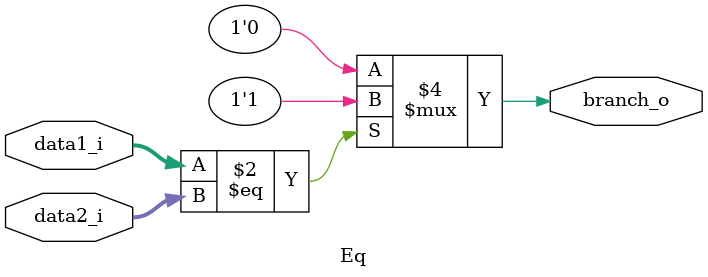
<source format=v>
module Eq(
	data1_i,
	data2_i,
	branch_o
);
input [31:0]   data1_i;
input [31:0]   data2_i;
output reg    branch_o;
always@(*)begin
	if(data1_i == data2_i)
		branch_o = 1;
	else
		branch_o = 0;
end

endmodule
</source>
